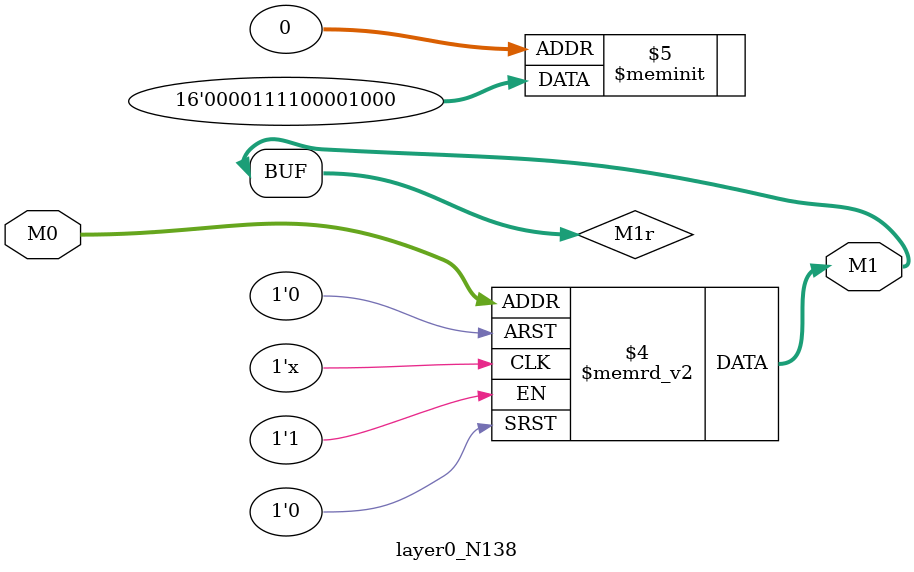
<source format=v>
module layer0_N138 ( input [2:0] M0, output [1:0] M1 );

	(*rom_style = "distributed" *) reg [1:0] M1r;
	assign M1 = M1r;
	always @ (M0) begin
		case (M0)
			3'b000: M1r = 2'b00;
			3'b100: M1r = 2'b11;
			3'b010: M1r = 2'b00;
			3'b110: M1r = 2'b00;
			3'b001: M1r = 2'b10;
			3'b101: M1r = 2'b11;
			3'b011: M1r = 2'b00;
			3'b111: M1r = 2'b00;

		endcase
	end
endmodule

</source>
